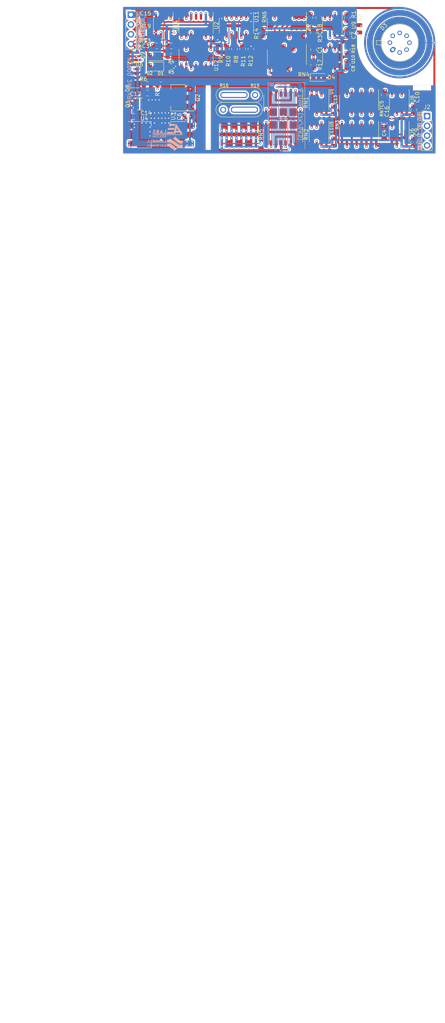
<source format=kicad_pcb>
(kicad_pcb (version 20221018) (generator pcbnew)

  (general
    (thickness 1.6)
  )

  (paper "A5")
  (layers
    (0 "F.Cu" signal)
    (1 "In1.Cu" signal)
    (2 "In2.Cu" signal)
    (3 "In3.Cu" signal)
    (4 "In4.Cu" signal)
    (31 "B.Cu" signal)
    (32 "B.Adhes" user "B.Adhesive")
    (33 "F.Adhes" user "F.Adhesive")
    (34 "B.Paste" user)
    (35 "F.Paste" user)
    (36 "B.SilkS" user "B.Silkscreen")
    (37 "F.SilkS" user "F.Silkscreen")
    (38 "B.Mask" user)
    (39 "F.Mask" user)
    (40 "Dwgs.User" user "User.Drawings")
    (41 "Cmts.User" user "User.Comments")
    (42 "Eco1.User" user "User.Eco1")
    (43 "Eco2.User" user "User.Eco2")
    (44 "Edge.Cuts" user)
    (45 "Margin" user)
    (46 "B.CrtYd" user "B.Courtyard")
    (47 "F.CrtYd" user "F.Courtyard")
    (48 "B.Fab" user)
    (49 "F.Fab" user)
  )

  (setup
    (stackup
      (layer "F.SilkS" (type "Top Silk Screen"))
      (layer "F.Paste" (type "Top Solder Paste"))
      (layer "F.Mask" (type "Top Solder Mask") (thickness 0.01))
      (layer "F.Cu" (type "copper") (thickness 0.035))
      (layer "dielectric 1" (type "prepreg") (thickness 0.1) (material "FR4") (epsilon_r 4.5) (loss_tangent 0.02))
      (layer "In1.Cu" (type "copper") (thickness 0.035))
      (layer "dielectric 2" (type "core") (thickness 0.535) (material "FR4") (epsilon_r 4.5) (loss_tangent 0.02))
      (layer "In2.Cu" (type "copper") (thickness 0.035))
      (layer "dielectric 3" (type "prepreg") (thickness 0.1) (material "FR4") (epsilon_r 4.5) (loss_tangent 0.02))
      (layer "In3.Cu" (type "copper") (thickness 0.035))
      (layer "dielectric 4" (type "core") (thickness 0.535) (material "FR4") (epsilon_r 4.5) (loss_tangent 0.02))
      (layer "In4.Cu" (type "copper") (thickness 0.035))
      (layer "dielectric 5" (type "prepreg") (thickness 0.1) (material "FR4") (epsilon_r 4.5) (loss_tangent 0.02))
      (layer "B.Cu" (type "copper") (thickness 0.035))
      (layer "B.Mask" (type "Bottom Solder Mask") (thickness 0.01))
      (layer "B.Paste" (type "Bottom Solder Paste"))
      (layer "B.SilkS" (type "Bottom Silk Screen"))
      (copper_finish "None")
      (dielectric_constraints no)
    )
    (pad_to_mask_clearance 0.051)
    (solder_mask_min_width 0.25)
    (pcbplotparams
      (layerselection 0x00010fc_ffffffff)
      (plot_on_all_layers_selection 0x0000000_00000000)
      (disableapertmacros false)
      (usegerberextensions false)
      (usegerberattributes false)
      (usegerberadvancedattributes false)
      (creategerberjobfile false)
      (dashed_line_dash_ratio 12.000000)
      (dashed_line_gap_ratio 3.000000)
      (svgprecision 6)
      (plotframeref false)
      (viasonmask false)
      (mode 1)
      (useauxorigin false)
      (hpglpennumber 1)
      (hpglpenspeed 20)
      (hpglpendiameter 15.000000)
      (dxfpolygonmode true)
      (dxfimperialunits true)
      (dxfusepcbnewfont true)
      (psnegative false)
      (psa4output false)
      (plotreference true)
      (plotvalue true)
      (plotinvisibletext false)
      (sketchpadsonfab false)
      (subtractmaskfromsilk false)
      (outputformat 1)
      (mirror false)
      (drillshape 0)
      (scaleselection 1)
      (outputdirectory "gerbers/")
    )
  )

  (net 0 "")
  (net 1 "/P0B")
  (net 2 "Net-(JP1-B)")
  (net 3 "Net-(JP15-B)")
  (net 4 "Net-(R2-Pad1)")
  (net 5 "Net-(C1-Pad1)")
  (net 6 "VPP")
  (net 7 "Net-(JP14-B)")
  (net 8 "Net-(JP13-B)")
  (net 9 "Net-(JP12-B)")
  (net 10 "Net-(JP11-B)")
  (net 11 "Net-(JP10-B)")
  (net 12 "/P0A")
  (net 13 "Net-(JP10-A)")
  (net 14 "Net-(U9--)")
  (net 15 "Net-(RN1A-R1.1)")
  (net 16 "Net-(RN1C-R3.1)")
  (net 17 "Net-(RN1F-R6.2)")
  (net 18 "Net-(RN1D-R4.2)")
  (net 19 "Net-(RN1B-R2.2)")
  (net 20 "Net-(RN2A-R1.1)")
  (net 21 "Net-(RN2C-R3.1)")
  (net 22 "Net-(RN2F-R6.2)")
  (net 23 "Net-(RN2B-R2.2)")
  (net 24 "Net-(RN3A-R1.1)")
  (net 25 "Net-(RN4A-R1.1)")
  (net 26 "Net-(RN4C-R3.1)")
  (net 27 "Net-(RN4E-R5.1)")
  (net 28 "Net-(RN4G-R7.1)")
  (net 29 "Net-(RN4F-R6.2)")
  (net 30 "Net-(RN4B-R2.2)")
  (net 31 "Net-(D1-K)")
  (net 32 "Net-(RN6D-R4.1)")
  (net 33 "Net-(RN6E-R5.1)")
  (net 34 "Net-(RN6F-R6.1)")
  (net 35 "unconnected-(RN7A-R1.1-Pad1)")
  (net 36 "Net-(RN7B-R2.1)")
  (net 37 "Net-(RN7C-R3.1)")
  (net 38 "Net-(RN7E-R5.1)")
  (net 39 "unconnected-(RN7H-R8.1-Pad8)")
  (net 40 "unconnected-(RN7H-R8.2-Pad9)")
  (net 41 "unconnected-(RN7A-R1.2-Pad16)")
  (net 42 "unconnected-(U5-Pad8)")
  (net 43 "unconnected-(U5-Pad1)")
  (net 44 "unconnected-(U6-Pad8)")
  (net 45 "unconnected-(U6-Pad1)")
  (net 46 "unconnected-(U8-Pad8)")
  (net 47 "unconnected-(U8-Pad1)")
  (net 48 "unconnected-(U9-Pad1)")
  (net 49 "unconnected-(U9-Pad8)")
  (net 50 "Net-(RN2D-R4.2)")
  (net 51 "Net-(RN1D-R4.1)")
  (net 52 "unconnected-(U1-Pad1)")
  (net 53 "unconnected-(U1-Pad8)")
  (net 54 "Net-(Q2-E)")
  (net 55 "Net-(U10--)")
  (net 56 "GNDA")
  (net 57 "Net-(D4-K)")
  (net 58 "Net-(D4-A)")
  (net 59 "Net-(Q2-B)")
  (net 60 "Net-(R14-Pad2)")
  (net 61 "unconnected-(RN6H-R8.1-Pad8)")
  (net 62 "unconnected-(RN6H-R8.2-Pad9)")
  (net 63 "unconnected-(U10-Pad1)")
  (net 64 "VDD")
  (net 65 "unconnected-(U10-Pad8)")
  (net 66 "Net-(D2-K)")
  (net 67 "Net-(RN6A-R1.2)")
  (net 68 "Net-(R8-Pad1)")
  (net 69 "/CondSig")
  (net 70 "Net-(R18-Pad1)")
  (net 71 "Net-(C3-Pad1)")
  (net 72 "VDDF")
  (net 73 "Net-(U1-+)")
  (net 74 "/10V")
  (net 75 "GND")
  (net 76 "/Q3 MSB")
  (net 77 "Net-(R11-Pad1)")
  (net 78 "/Q0 LSB")
  (net 79 "Net-(R10-Pad1)")
  (net 80 "/1V")
  (net 81 "Net-(R9-Pad1)")
  (net 82 "/Q1")
  (net 83 "/Q2")
  (net 84 "/VOUT-")
  (net 85 "unconnected-(U12A-Q0-Pad3)")
  (net 86 "unconnected-(U12A-Q1-Pad4)")
  (net 87 "unconnected-(U14B-NC-Pad2)")
  (net 88 "GNDD")
  (net 89 "unconnected-(J2-Pin_3-Pad3)")
  (net 90 "Net-(JP18-B)")
  (net 91 "Net-(JP20-B)")
  (net 92 "Net-(Q1-G)")
  (net 93 "/HEATER-SHDN")
  (net 94 "Net-(Q1-D)")
  (net 95 "/COND-SHDN")
  (net 96 "Net-(C15-Pad1)")
  (net 97 "/CLK")
  (net 98 "/RST")
  (net 99 "Net-(D1-A)")
  (net 100 "/Q4 COND")
  (net 101 "unconnected-(U12A-Q2-Pad5)")
  (net 102 "Net-(D3-Pad2)")
  (net 103 "unconnected-(D6-K-Pad1)")
  (net 104 "unconnected-(D8-K-Pad3)")
  (net 105 "unconnected-(D9-K-Pad3)")

  (footprint "Resistor_SMD:R_0805_2012Metric" (layer "F.Cu") (at 126.1872 65.778 -90))

  (footprint "Capacitor_SMD:C_0805_2012Metric" (layer "F.Cu") (at 116.266 83.312 180))

  (footprint "Package_SO:SOIC-8_3.9x4.9mm_P1.27mm" (layer "F.Cu") (at 150.270375 87.949 -90))

  (footprint "Resistor_SMD:R_0805_2012Metric" (layer "F.Cu") (at 157.5516 57.6834 -90))

  (footprint "Package_TO_SOT_SMD:SOT-23" (layer "F.Cu") (at 101.981 70.993))

  (footprint "Package_TO_SOT_SMD:SOT-23" (layer "F.Cu") (at 101.981 74.295 180))

  (footprint "Capacitor_SMD:C_0805_2012Metric" (layer "F.Cu") (at 167.175 77.6732 90))

  (footprint "Capacitor_SMD:C_0805_2012Metric" (layer "F.Cu") (at 174.8536 81.6072 -90))

  (footprint "Resistor_SMD:R_0805_2012Metric" (layer "F.Cu") (at 148.8186 61.6439 90))

  (footprint "Package_SO:SOIC-8_3.9x4.9mm_P1.27mm" (layer "F.Cu") (at 150.270375 79.6828 -90))

  (footprint "Capacitor_SMD:C_0805_2012Metric" (layer "F.Cu") (at 105.725 77.216))

  (footprint "Diode_SMD:D_SOD-123F" (layer "F.Cu") (at 150.1902 73.152))

  (footprint "Package_SO:SOIC-16_3.9x9.9mm_P1.27mm" (layer "F.Cu") (at 140.973975 87.9602 90))

  (footprint "Resistor_SMD:R_0805_2012Metric" (layer "F.Cu") (at 105.2 61.525))

  (footprint "Package_SO:SOIC-14_3.9x8.7mm_P1.27mm" (layer "F.Cu") (at 118.3386 67.7704 -90))

  (footprint "Package_SO:SOIC-8_3.9x4.9mm_P1.27mm" (layer "F.Cu") (at 171.072975 87.948965 -90))

  (footprint (layer "F.Cu") (at 67.691 150.368))

  (footprint "Capacitor_SMD:C_0805_2012Metric" (layer "F.Cu") (at 150.175 57.65 90))

  (footprint "Package_SO:SOIC-16_3.9x9.9mm_P1.27mm" (layer "F.Cu") (at 160.655 87.946 -90))

  (footprint "Resistor_SMD:R_0805_2012Metric" (layer "F.Cu") (at 132.5626 65.8034 -90))

  (footprint "Resistor_SMD:R_0805_2012Metric" (layer "F.Cu") (at 148.844 69.9027 -90))

  (footprint "Resistor_SMD:R_0805_2012Metric" (layer "F.Cu") (at 147.9 57.65 90))

  (footprint "Resistor_SMD:R_0805_2012Metric" (layer "F.Cu") (at 128.2954 65.8034 -90))

  (footprint "Package_SO:SOIC-16_3.9x9.9mm_P1.27mm" (layer "F.Cu") (at 160.655 79.6656 -90))

  (footprint "Resistor_SMD:R_0805_2012Metric" (layer "F.Cu") (at 105.7039 75.0824 180))

  (footprint "Package_SO:SOIC-14_3.9x8.7mm_P1.27mm" (layer "F.Cu") (at 128.8034 59.7012 -90))

  (footprint "Capacitor_SMD:C_0805_2012Metric" (layer "F.Cu") (at 154.105775 89.9556 -90))

  (footprint "Capacitor_SMD:C_0805_2012Metric" (layer "F.Cu") (at 157.5816 61.6408 90))

  (footprint "CustFootprints:PrecRes" (layer "F.Cu") (at 133.6684 77.724 -90))

  (footprint "LED_SMD:LED_1206_3216Metric" (layer "F.Cu") (at 107.6706 67.691 180))

  (footprint "Resistor_SMD:R_0805_2012Metric" (layer "F.Cu") (at 124.079 65.7526 -90))

  (footprint "Package_SO:SOIC-16_3.9x9.9mm_P1.27mm" (layer "F.Cu") (at 141.9098 67.9084 -90))

  (footprint "Resistor_SMD:R_0805_2012Metric" (layer "F.Cu") (at 111.9075 70.358))

  (footprint "Capacitor_SMD:C_0805_2012Metric" (layer "F.Cu") (at 167.175 85 -90))

  (footprint "CustFootprints:PrecRes" (layer "F.Cu") (at 125.390175 81.534 90))

  (footprint "Package_SO:SOIC-8_3.9x4.9mm_P1.27mm" (layer "F.Cu") (at 109.8296 59.7012 -90))

  (footprint "Resistor_SMD:R_0805_2012Metric" (layer "F.Cu") (at 135.6614 61.5696 90))

  (footprint "Capacitor_SMD:C_0805_2012Metric" (layer "F.Cu") (at 154.105775 81.7006 -90))

  (footprint "Capacitor_SMD:C_0805_2012Metric" (layer "F.Cu") (at 157.5816 69.8968 -90))

  (footprint "Capacitor_SMD:C_0805_2012Metric" (layer "F.Cu") (at 160.75 60.55 -90))

  (footprint "Package_TO_SOT_SMD:SOT-223-3_TabPin2" (layer "F.Cu") (at 113.7 78.45 180))

  (footprint "Resistor_SMD:R_0805_2012Metric" (layer "F.Cu") (at 157.607 65.9406 90))

  (footprint "Resistor_SMD:R_0805_2012Metric" (layer "F.Cu") (at 130.429 65.8034 -90))

  (footprint "Package_TO_SOT_THT:TO-5-8_PD5.08" (layer "F.Cu") (at 169.399949 65.956451 45))

  (footprint "Package_SO:SOIC-16_3.9x9.9mm_P1.27mm" (layer "F.Cu") (at 141.9098 59.699 -90))

  (footprint "Package_SO:SOIC-8_3.9x4.9mm_P1.27mm" (layer "F.Cu") (at 171.098375 79.6798 -90))

  (footprint "Package_SO:SOIC-16_3.9x9.9mm_P1.27mm" (layer "F.Cu")
    (tstamp b8101a58-28de-4262-a509-870da171dbe0)
    (at 140.973975 79.6828 -90)
    (descr "SOIC, 16 Pin (JEDEC MS-012AC, https://www.analog.com/media/en/package-pcb-resources/package/pkg_pdf/soic_narrow-r/r_16.pdf), generated with kicad-footprint-generator ipc_gullwing_generator.py")
    (tags "SOIC SO")
    (property "Sheetfile" "10V-DLTZ.kicad_sch")
    (property "Sheetname" "")
    (property "ki_description" "8 resistor network, parallel topology, split")
    (property "ki_keywords" "R network parallel topology isolated")
    (path "/aa8fd807-6503-4a76-93ce-8230a295d40d")
    (attr smd)
    (fp_text reference "RN1" (at 0 -5.9 90) (layer "F.SilkS")
        (effects (font (size 1 1) (thickness 0.15)))
      (tstamp 5f5a1bc3-62df-4d27-81f7-f05c2661c226)
    )
    (fp_text value "2K" (at 0 5.9 90) (layer "F.Fab")
        (effects (font (size 1 1) (thickness 0.15)))
      (tstamp 846034f4-3d72-47e5-b261-2551e78d269c)
    )
    (fp_text user "${REFERENCE}" (at 0 0 90) (layer "F.Fab")
        (effects (font (size 0.98 0.98) (thickness 0.15)))
      (tstamp 21dfc597-31f0-4d9f-9fb9-ade7996c3689)
    )
    (fp_line (start 0 -5.06) (end -3.45 -5.06)
      (stroke (width 0.12) (type solid)) (layer "F.SilkS") (tstamp 8a6d87d4-5422-4a43-9a77-bf04870e6952))
    (fp_line (start 0 -5.06) (end 1.95 -5.06)
      (stroke (width 0.12) (type solid)) (layer "F.SilkS") (tstamp a9cf7647-77fe-42cc-9bd1-c19f8caa834b))
    (fp_line (start 0 5.06) (end -1.95 5.06)
      (stroke (width 0.12) (type solid)) (layer "F.SilkS") (tstamp e946c125-1a3c-4ecd-ad4c-1c0db5e14c2d))
    (fp_line (start 0 5.06) (end 1.95 5.06)
      (stroke (width 0.12) (type solid)) (layer "F.SilkS") (tstamp d02d4063-bf7a-41c3-a88e-4693154239f7))
    (fp_line (start -3.7 -5.2) (end -3.7 5.2)
      (stroke (width 0.05) (type solid)) (layer "F.CrtYd") (tstamp 0a30cf2b-d5fc-4806-8963-c637555d83d9))
    (fp_line (start -3.7 5.2) (end 3.7 5.2)
      (stroke (width 0.05) (type solid)) (layer "F.CrtYd") (tstamp ba21d1a8-ca6a-4d57-a96f-276507b1f572))
    (fp_line (start 3.7 -5.2) (end -3.7 -5.2)
      (stroke (width 0.05) (type solid)) (layer "F.CrtYd") (tstamp 4ae410d0-d507-4aa2-b4f5-41868fe71b55))
    (fp_line (start 3.7 5.2) (end 3.7 -5.2)
      (stroke (width 0.05) (type solid)) (layer "F.CrtYd") (tstamp c5ddd658-cd1a-4a98-9bd6-8f3f52b17ba3))
    (fp_line (start -1.95 -3.975) (end -0.975 -4.95)
      (stroke (width 0.1) (type solid)) (layer "F.Fab") (tstamp 009a3e7c-51c9-4dd8-836c-f6536e022d67))
    (fp_line (start -1.95 4.95) (end -1.95 -3.975)
      (stroke (width 0.1) (type solid)) (layer "F.Fab") (tstamp a52ce779-bf82-408f-b18f-e37f347e687a))
    (fp_line (start -0.975 -4.95) (end 1.95 -4.95)
      (stroke (width 0.1) (type solid)) (layer "F.Fab") (tstamp b3d54732-733f-4229-9f1a-7125b9d2924b))
    (fp_line (start 1.95 -4.95) (end 1.95 4.95)
      (stroke (width 0.1) (type solid)) (layer "F.Fab") (tstamp a9a1825d-e74c-40b5-90f4-6e0d088c3890))
    (fp_line (start 1.95 4.95) (end -1.95 4.95)
      (stroke (width 0.1) (type solid)) (layer "F.Fab") (tstamp 1a36bfe0-9894-4b90-8af1-40bd0156a816))
    (pad "1" smd roundrect (at -2.475 -4.445 270) (size 1.95 0.6) (layers "F.Cu" "F.Paste" "F.Mask") (roundrect_rratio 0.25)
      (net 15 "Net-(RN1A-R1.1)") (pinfunction "R1.1") (pintype "passive") (tstamp 20dd8286-3309-4cac-9606-2fd5e1e98bdc))
    (pad "2" smd roundrect (at -2.475 -3.175 270) (size 1.95 0.6) (layers "F.Cu" "F.Paste" "F.Mask") (roundrect_rratio 0.25)
      (net 90 "Net-(JP18-B)") (pinfunction "R2.1") (pintype "passive") (tstamp 9ae61c30-b1bc-41fe-823a-a9b2904efccd))
    (pad "3" smd roundrect (at -2.475 -1.905 270) (size 1.95 0.6) (layers "F.Cu" "F.Paste" "F.Mask") (roundrect_rratio 0.25)
      (net 16 "Net-(RN1C-R3.1)") (pinfunction "R3.1") (pintype "passive") (tstamp 328e6d04-0984-4377-ad75-8145412638ee))
    (pad "4" smd roundrect (at -2.475 -0.635 270) (size 1.95 0.6) (layers "F.Cu" "F.Paste" "F.Mask") (roundrect_rratio 0.25)
      (net 51 "Net-(RN1D-R4.1)") (pinfunction "R4.1") (pintype "passive") (tstamp 228559dd-5cda-4a28-9c5e-18c375ca58c7))
    (pad "5" smd roundrect (at -2.475 0.635 270) (size 1.95 0.6) (layers "F.Cu" "F.Paste" "F.Mask") (roundrect_rratio 0.25)
      (net 90 "Net-(JP18-B)") (pinfunction "R5.1") (pintype "passive") (tstamp b4b57ef3-a3b9-4300-90e3-7365a4bf47d0))
    (pad "6" smd roundrect (at -2.475 1.905 270) (size 1.95 0.6) (layers "F.Cu" "F.Paste" "F.Mask") (roundrect_rratio 0.25)
      (net 16 "Net-(RN1C-R3.1)") (pinfunction "R6.1") (pintype "passive") (tstamp 0b1a5a2a-180e-49a0-a851-367444b38784))
    (pad "7" smd roundrect (at -2.475 3.175 270) (size 1.95 0.6) (layers "F.Cu" "F.Paste" "F.Mask") (roundrect_rratio 0.25)
      (net 15 "Net-(RN1A-R1.1)") (pinfunction "R7.1") (pintype "passive") (tstamp 27a18c83-af8a-432d-8d23-5acc376d62bf))
    (pad "8" smd roundrect (at -2.475 4.445 270) (size 1.95 0.6) (layers "F.Cu" "F.Paste" "F.Mask") (roundrect_rratio 0.25)
      (net 15 "Net-(RN1A-R1.1)") (pinfunction "R8.1") (pintype "passive") (tstamp 3c17eefe-c904-4fd4-b05a-cf8342b63621))
    (pad "9" smd roundrect (at 2.475 4.445 270) (size 1.95 0.6) (layers "F.Cu" "F.Paste" "F.Mask") (roundrect_rratio 0.25)
      (net 84 "/VOUT-") (pinfunction "R8.2") (pintype "passive") (tstamp 5716888d-5957-4e5d-894e-72a817522f0f))
    (pad "10" smd roundrect (at 2.475 3.175 270) (size 1.95 0.6) (layers "F.Cu" "F.Paste" "F.Mask") (roundrect_rratio 0.25)
      (net 17 "Net-(RN1F-R6.2)") (pinfunction "R7.2") (pintype "passive") (tstamp 1820baa8-9364-4767-b64f-a08e70f86ad3))
    (pad "11" smd roundrect (at 2.475 1.905 270) (size 1.95 0.6) (layers "F.Cu" "F.Paste" "F.Mask") (roundrect_rratio 0.25)
      (net 17 "Net-(RN1F-R6.2)") (pinfunction "R6.2") (pintype "passive") (tstamp 56e22879-7279-4a3e-b310-09578d22fac6))
    (pad "12" smd roundrect (at 2.475 0.635 270) (size 1.95 0.6) (layers "F.Cu" "F.Paste" "F.Mask") (roundrect_rratio 0.25)
      (net 18 "Net-(RN1D-R4.2)") (pinfunction "R5.2") (pintype "passive") (tstamp e83e9b13-4c74-4724-b205-ad3add2a3d93))
    (pad "13" smd roundrect (at 2.475 -0.635 270) (size 1.95 0.6) (layers "F.Cu" "F.Paste" "F.Mask") (roundrect_rratio 0.25)
      (net 18 "Net-(RN1D-R4.2)") (pinfunction "R4.2") (pintype "passive") (tstamp 227fd383-725d-44a9-aac4-90aa66dad2b2))
    (pad "14" smd roundrect (at 2.475 -1.905 270) (size 1.95 0.6) (layers "F.Cu" "F.Paste" "F.Mask") (roundrect_rratio 0.25)
      (net 19 "Net-(RN1B-R2.2)") (pinfunctio
... [2157641 chars truncated]
</source>
